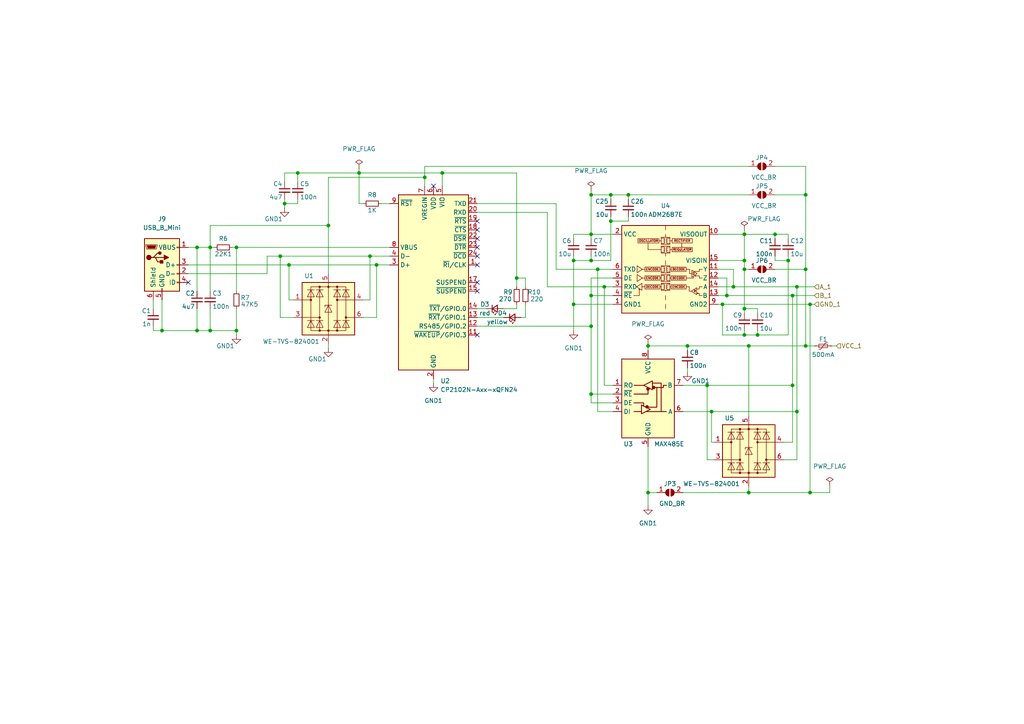
<source format=kicad_sch>
(kicad_sch (version 20211123) (generator eeschema)
  (paper "A4")
  (title_block (date "2023-04-24") (rev "0.0.1"))
  (lib_symbols
    (symbol "Connector:USB_B_Mini" (pin_names (offset 1.016))
      (property "Reference" "J" (at -5.08 11.43 0))
      (property "Value" "USB_B_Mini" (at -5.08 8.89 0))
      (symbol "USB_B_Mini_0_1"
        (rectangle (start -5.08 -7.62) (end 5.08 7.62) (stroke (width 0.254)) (fill (type background)))
        (circle (center -3.81 2.159) (radius 0.635) (stroke (width 0.254)) (fill (type outline)))
        (circle (center -0.635 3.429) (radius 0.381) (stroke (width 0.254)) (fill (type outline)))
        (rectangle (start -0.127 -7.62) (end 0.127 -6.858))
        (polyline (pts (xy -1.905 2.159) (xy 0.635 2.159)) (stroke (width 0.254)))
        (polyline (pts (xy -3.175 2.159) (xy -2.54 2.159) (xy -1.27 3.429) (xy -0.635 3.429)) (stroke (width 0.254)))
        (polyline (pts (xy -2.54 2.159) (xy -1.905 2.159) (xy -1.27 0.889) (xy 0 0.889)) (stroke (width 0.254)))
        (polyline (pts (xy 0.635 2.794) (xy 0.635 1.524) (xy 1.905 2.159) (xy 0.635 2.794)) (stroke (width 0.254)) (fill (type outline)))
        (polyline (pts (xy -4.318 5.588) (xy -1.778 5.588) (xy -2.032 4.826) (xy -4.064 4.826) (xy -4.318 5.588)) (fill (type outline)))
        (polyline (pts (xy -4.699 5.842) (xy -4.699 5.588) (xy -4.445 4.826) (xy -4.445 4.572) (xy -1.651 4.572) (xy -1.651 4.826) (xy -1.397 5.588) (xy -1.397 5.842) (xy -4.699 5.842)))
        (rectangle (start 0.254 1.27) (end -0.508 0.508) (stroke (width 0.254)) (fill (type outline)))
        (rectangle (start 5.08 -5.207) (end 4.318 -4.953))
        (rectangle (start 5.08 -2.667) (end 4.318 -2.413))
        (rectangle (start 5.08 -0.127) (end 4.318 0.127))
        (rectangle (start 5.08 4.953) (end 4.318 5.207))
      )
      (symbol "USB_B_Mini_1_1"
        (pin power_out line (at 7.62 5.08 180) (length 2.54) (name "VBUS") (number "1"))
        (pin bidirectional line (at 7.62 -2.54 180) (length 2.54) (name "D-") (number "2"))
        (pin bidirectional line (at 7.62 0 180) (length 2.54) (name "D+") (number "3"))
        (pin passive line (at 7.62 -5.08 180) (length 2.54) (name "ID") (number "4"))
        (pin power_out line (at 0 -10.16 90) (length 2.54) (name "GND") (number "5"))
        (pin passive line (at -2.54 -10.16 90) (length 2.54) (name "Shield") (number "6"))
      )
    )
    (symbol "Device:C_Small" (pin_numbers hide) (pin_names (offset 0.254) hide)
      (property "Reference" "C" (at 0.254 1.778 0))
      (property "Value" "C_Small" (at 0.254 -2.032 0))
      (symbol "C_Small_0_1"
        (polyline (pts (xy -1.524 -0.508) (xy 1.524 -0.508)) (stroke (width 0.3302)))
        (polyline (pts (xy -1.524 0.508) (xy 1.524 0.508)) (stroke (width 0.3048)))
      )
      (symbol "C_Small_1_1"
        (pin passive line (at 0 2.54 270) (length 2.032) (name "~") (number "1"))
        (pin passive line (at 0 -2.54 90) (length 2.032) (name "~") (number "2"))
      )
    )
    (symbol "Device:LED_Small" (pin_numbers hide) (pin_names (offset 0.254) hide)
      (property "Reference" "D" (at -1.27 3.175 0))
      (property "Value" "LED_Small" (at -4.445 -2.54 0))
      (symbol "LED_Small_0_1"
        (polyline (pts (xy -0.762 -1.016) (xy -0.762 1.016)) (stroke (width 0.254)))
        (polyline (pts (xy 1.016 0) (xy -0.762 0)))
        (polyline (pts (xy 0.762 -1.016) (xy -0.762 0) (xy 0.762 1.016) (xy 0.762 -1.016)) (stroke (width 0.254)))
        (polyline (pts (xy 0 0.762) (xy -0.508 1.27) (xy -0.254 1.27) (xy -0.508 1.27) (xy -0.508 1.016)))
        (polyline (pts (xy 0.508 1.27) (xy 0 1.778) (xy 0.254 1.778) (xy 0 1.778) (xy 0 1.524)))
      )
      (symbol "LED_Small_1_1"
        (pin passive line (at -2.54 0 0) (length 1.778) (name "K") (number "1"))
        (pin passive line (at 2.54 0 180) (length 1.778) (name "A") (number "2"))
      )
    )
    (symbol "Device:Polyfuse_Small" (pin_numbers hide) (pin_names (offset 0))
      (property "Reference" "F" (at -1.905 0 90))
      (property "Value" "Polyfuse_Small" (at 1.905 0 90))
      (symbol "Polyfuse_Small_0_1"
        (rectangle (start -0.508 1.27) (end 0.508 -1.27))
        (polyline (pts (xy 0 2.54) (xy 0 -2.54)))
        (polyline (pts (xy -1.016 1.27) (xy -1.016 0.762) (xy 1.016 -0.762) (xy 1.016 -1.27)))
      )
      (symbol "Polyfuse_Small_1_1"
        (pin passive line (at 0 2.54 270) (length 0.635) (name "~") (number "1"))
        (pin passive line (at 0 -2.54 90) (length 0.635) (name "~") (number "2"))
      )
    )
    (symbol "Device:R_Small" (pin_numbers hide) (pin_names (offset 0.254) hide)
      (property "Reference" "R" (at 0.762 0.508 0))
      (property "Value" "R_Small" (at 0.762 -1.016 0))
      (symbol "R_Small_0_1"
        (rectangle (start -0.762 1.778) (end 0.762 -1.778) (stroke (width 0.2032)))
      )
      (symbol "R_Small_1_1"
        (pin passive line (at 0 2.54 270) (length 0.762) (name "~") (number "1"))
        (pin passive line (at 0 -2.54 90) (length 0.762) (name "~") (number "2"))
      )
    )
    (symbol "Interface_UART:ADM2687E"
      (property "Reference" "U" (at -11.43 13.97 0))
      (property "Value" "ADM2687E" (at 7.62 13.97 0))
      (symbol "ADM2687E_0_0"
        (text "D" (at 8.128 -1.27 0) (effects (font (size 0.635 0.635))))
        (text "R" (at 8.509 -6.35 0) (effects (font (size 0.635 0.635))))
      )
      (symbol "ADM2687E_0_1"
        (circle (center -7.62 -5.842) (radius 0.127))
        (polyline (pts (xy -9.271 -7.62) (xy -7.62 -7.62) (xy -7.62 -5.969)))
        (polyline (pts (xy 5.969 -2.54) (xy 8.128 -2.54) (xy 8.128 -2.032)))
        (polyline (pts (xy 7.493 -6.35) (xy 6.858 -6.35) (xy 6.858 -5.08) (xy 5.969 -5.08)))
        (polyline (pts (xy 7.62 -1.27) (xy 6.985 -1.27) (xy 6.985 0) (xy 5.969 0)))
        (polyline (pts (xy 9.017 -5.715) (xy 9.779 -5.715) (xy 9.779 -5.08) (xy 10.668 -5.08)))
        (polyline (pts (xy 9.398 -6.985) (xy 9.779 -6.985) (xy 9.779 -7.62) (xy 10.668 -7.62)))
        (polyline (pts (xy 10.668 -2.54) (xy 9.779 -2.54) (xy 9.779 -1.905) (xy 8.763 -1.905)))
        (polyline (pts (xy 10.668 0) (xy 9.779 0) (xy 9.779 -0.635) (xy 8.255 -0.635)))
      )
      (symbol "ADM2687E_1_0"
        (rectangle (start -1.27 -4.064) (end 1.27 -6.096))
        (rectangle (start -1.27 -1.524) (end 1.27 -3.556))
        (rectangle (start -1.27 1.016) (end 1.27 -1.016))
        (rectangle (start -1.27 6.731) (end 1.27 4.699))
        (rectangle (start -1.27 9.271) (end 1.27 7.239))
        (arc (start -0.508 -5.842) (mid -0.254 -5.588) (end -0.508 -5.334))
        (arc (start -0.508 -5.334) (mid -0.254 -5.08) (end -0.508 -4.826))
        (arc (start -0.508 -4.826) (mid -0.254 -4.572) (end -0.508 -4.318))
        (arc (start -0.508 -3.302) (mid -0.254 -3.048) (end -0.508 -2.794))
        (arc (start -0.508 -2.794) (mid -0.254 -2.54) (end -0.508 -2.286))
        (arc (start -0.508 -2.286) (mid -0.254 -2.032) (end -0.508 -1.778))
        (arc (start -0.508 -0.762) (mid -0.254 -0.508) (end -0.508 -0.254))
        (arc (start -0.508 -0.254) (mid -0.254 0) (end -0.508 0.254))
        (arc (start -0.508 0.254) (mid -0.254 0.508) (end -0.508 0.762))
        (arc (start -0.508 4.953) (mid -0.254 5.207) (end -0.508 5.461))
        (arc (start -0.508 5.461) (mid -0.254 5.715) (end -0.508 5.969))
        (arc (start -0.508 5.969) (mid -0.254 6.223) (end -0.508 6.477))
        (arc (start -0.508 7.493) (mid -0.254 7.747) (end -0.508 8.001))
        (arc (start -0.508 8.001) (mid -0.254 8.255) (end -0.508 8.509))
        (arc (start -0.508 8.509) (mid -0.254 8.763) (end -0.508 9.017))
        (polyline (pts (xy -5.969 -5.08) (xy -6.858 -5.08)))
        (polyline (pts (xy -5.969 -2.54) (xy -6.858 -2.54)))
        (polyline (pts (xy -5.969 0) (xy -6.858 0)))
        (polyline (pts (xy -5.08 5.715) (xy -5.08 7.62)))
        (polyline (pts (xy -5.08 5.715) (xy -1.27 5.715)))
        (polyline (pts (xy -1.905 8.255) (xy -1.27 8.255)))
        (polyline (pts (xy -1.651 -5.08) (xy -1.27 -5.08)))
        (polyline (pts (xy -1.651 -2.54) (xy -1.27 -2.54)))
        (polyline (pts (xy -1.651 0) (xy -1.27 0)))
        (polyline (pts (xy -1.27 -5.842) (xy -0.508 -5.842)))
        (polyline (pts (xy -1.27 -4.318) (xy -0.508 -4.318)))
        (polyline (pts (xy -1.27 -3.302) (xy -0.508 -3.302)))
        (polyline (pts (xy -1.27 -1.778) (xy -0.508 -1.778)))
        (polyline (pts (xy -1.27 -0.762) (xy -0.508 -0.762)))
        (polyline (pts (xy -1.27 0.762) (xy -0.508 0.762)))
        (polyline (pts (xy -1.27 4.953) (xy -0.508 4.953)))
        (polyline (pts (xy -1.27 6.477) (xy -0.508 6.477)))
        (polyline (pts (xy -1.27 7.493) (xy -0.508 7.493)))
        (polyline (pts (xy -1.27 9.017) (xy -0.508 9.017)))
        (polyline (pts (xy 0 -11.43) (xy 0 -10.16)))
        (polyline (pts (xy 0 -8.89) (xy 0 -7.62)))
        (polyline (pts (xy 0 -6.35) (xy 0 -6.096)))
        (polyline (pts (xy 0 1.27) (xy 0 2.54)))
        (polyline (pts (xy 0 3.81) (xy 0 4.699)))
        (polyline (pts (xy 0 9.271) (xy 0 10.16)))
        (polyline (pts (xy 0 12.7) (xy 0 11.43)))
        (polyline (pts (xy 1.27 -5.842) (xy 0.508 -5.842)))
        (polyline (pts (xy 1.27 -4.318) (xy 0.508 -4.318)))
        (polyline (pts (xy 1.27 -3.302) (xy 0.508 -3.302)))
        (polyline (pts (xy 1.27 -1.778) (xy 0.508 -1.778)))
        (polyline (pts (xy 1.27 -0.762) (xy 0.508 -0.762)))
        (polyline (pts (xy 1.27 0.762) (xy 0.508 0.762)))
        (polyline (pts (xy 1.27 4.953) (xy 0.508 4.953)))
        (polyline (pts (xy 1.27 6.477) (xy 0.508 6.477)))
        (polyline (pts (xy 1.27 7.493) (xy 0.508 7.493)))
        (polyline (pts (xy 1.27 9.017) (xy 0.508 9.017)))
        (polyline (pts (xy 1.651 -5.08) (xy 1.27 -5.08)))
        (polyline (pts (xy 1.651 -2.54) (xy 1.27 -2.54)))
        (polyline (pts (xy 1.651 0) (xy 1.27 0)))
        (polyline (pts (xy 1.905 5.715) (xy 1.27 5.715)))
        (polyline (pts (xy 1.905 8.255) (xy 1.27 8.255)))
        (polyline (pts (xy 4.699 6.35) (xy 4.699 7.62)))
        (arc (start 0.508 -5.334) (mid 0.254 -5.588) (end 0.508 -5.842))
        (arc (start 0.508 -4.826) (mid 0.254 -5.08) (end 0.508 -5.334))
        (arc (start 0.508 -4.318) (mid 0.254 -4.572) (end 0.508 -4.826))
        (arc (start 0.508 -2.794) (mid 0.254 -3.048) (end 0.508 -3.302))
        (arc (start 0.508 -2.286) (mid 0.254 -2.54) (end 0.508 -2.794))
        (arc (start 0.508 -1.778) (mid 0.254 -2.032) (end 0.508 -2.286))
        (arc (start 0.508 -0.254) (mid 0.254 -0.508) (end 0.508 -0.762))
        (arc (start 0.508 0.254) (mid 0.254 0) (end 0.508 -0.254))
        (arc (start 0.508 0.762) (mid 0.254 0.508) (end 0.508 0.254))
        (arc (start 0.508 5.461) (mid 0.254 5.207) (end 0.508 4.953))
        (arc (start 0.508 5.969) (mid 0.254 5.715) (end 0.508 5.461))
        (arc (start 0.508 6.477) (mid 0.254 6.223) (end 0.508 5.969))
        (arc (start 0.508 8.001) (mid 0.254 7.747) (end 0.508 7.493))
        (arc (start 0.508 8.509) (mid 0.254 8.255) (end 0.508 8.001))
        (arc (start 0.508 9.017) (mid 0.254 8.763) (end 0.508 8.509))
        (rectangle (start 1.651 -4.445) (end 5.969 -5.715))
        (rectangle (start 1.651 -1.905) (end 5.969 -3.175))
        (rectangle (start 1.651 0.635) (end 5.969 -0.635))
        (rectangle (start 1.905 6.35) (end 7.747 5.08))
        (rectangle (start 1.905 8.89) (end 7.747 7.62))
        (text "DECODE" (at -3.81 -5.08 0) (effects (font (size 0.635 0.635))))
        (text "DECODE" (at 3.81 -2.54 0) (effects (font (size 0.635 0.635))))
        (text "DECODE" (at 3.81 0 0) (effects (font (size 0.635 0.635))))
        (text "ENCODE" (at -3.81 -2.54 0) (effects (font (size 0.635 0.635))))
        (text "ENCODE" (at -3.81 0 0) (effects (font (size 0.635 0.635))))
        (text "ENCODE" (at 3.81 -5.08 0) (effects (font (size 0.635 0.635))))
        (text "OSCILLATOR" (at -4.953 8.255 0) (effects (font (size 0.635 0.635))))
        (text "RECTIFIER" (at 4.826 8.255 0) (effects (font (size 0.635 0.635))))
        (text "REGULATOR" (at 4.826 5.715 0) (effects (font (size 0.635 0.635))))
      )
      (symbol "ADM2687E_1_1"
        (rectangle (start -12.7 12.7) (end 12.7 -12.7) (stroke (width 0.254)) (fill (type background)))
        (rectangle (start -1.905 8.89) (end -8.001 7.62))
        (rectangle (start -1.651 -4.445) (end -5.969 -5.715))
        (rectangle (start -1.651 -1.905) (end -5.969 -3.175))
        (rectangle (start -1.651 0.635) (end -5.969 -0.635))
        (polyline (pts (xy -8.382 -5.08) (xy -6.858 -4.064) (xy -6.858 -6.096) (xy -8.382 -5.08)))
        (polyline (pts (xy -6.731 -2.54) (xy -8.255 -1.524) (xy -8.255 -3.556) (xy -6.731 -2.54)))
        (polyline (pts (xy -6.731 0) (xy -8.255 1.016) (xy -8.255 -1.016) (xy -6.731 0)))
        (polyline (pts (xy 7.493 -6.35) (xy 9.017 -5.334) (xy 9.017 -7.366) (xy 7.493 -6.35)))
        (polyline (pts (xy 9.144 -1.27) (xy 7.62 -0.254) (xy 7.62 -2.286) (xy 9.144 -1.27)))
        (circle (center 8.636 -1.905) (radius 0.127))
        (circle (center 9.271 -6.985) (radius 0.127))
        (pin power_in line (at -15.24 -10.16 0) (length 2.54) (name "GND1") (number "1"))
        (pin power_in line (at 15.24 10.16 180) (length 2.54) (name "VISOOUT") (number "10"))
        (pin output line (at 15.24 0 180) (length 2.54) (name "Y") (number "11"))
        (pin output line (at 15.24 -2.54 180) (length 2.54) (name "Z") (number "12"))
        (pin input line (at 15.24 -7.62 180) (length 2.54) (name "B") (number "13"))
        (pin input line (at 15.24 -5.08 180) (length 2.54) (name "A") (number "14"))
        (pin power_in line (at 15.24 2.54 180) (length 2.54) (name "VISOIN") (number "15"))
        (pin passive line (at 15.24 -10.16 180) (length 2.54) hide (name "GND2") (number "16"))
        (pin power_in line (at -15.24 10.16 0) (length 2.54) (name "VCC") (number "2"))
        (pin output line (at -15.24 -5.08 0) (length 2.54) (name "RXD") (number "3"))
        (pin input line (at -15.24 -7.62 0) (length 2.54) (name "~{RE}") (number "4"))
        (pin input line (at -15.24 -2.54 0) (length 2.54) (name "DE") (number "5"))
        (pin input line (at -15.24 0 0) (length 2.54) (name "TXD") (number "6"))
        (pin passive line (at -15.24 10.16 0) (length 2.54) hide (name "VCC") (number "7"))
        (pin passive line (at -15.24 -10.16 0) (length 2.54) hide (name "GND1") (number "8"))
        (pin power_in line (at 15.24 -10.16 180) (length 2.54) (name "GND2") (number "9"))
      )
    )
    (symbol "Interface_UART:MAX485E"
      (property "Reference" "U3" (at -7.112 -14.478 0))
      (property "Value" "MAX485E" (at 1.778 -14.478 0))
      (symbol "MAX485E_0_1"
        (rectangle (start -7.62 10.16) (end 7.62 -12.7) (stroke (width 0.254)) (fill (type background)))
        (circle (center -0.3048 -3.683) (radius 0.3556) (stroke (width 0.254)) (fill (type outline)))
        (circle (center -0.0254 1.4986) (radius 0.3556) (stroke (width 0.254)) (fill (type outline)))
        (polyline (pts (xy -4.064 -5.08) (xy -1.905 -5.08)) (stroke (width 0.254)))
        (polyline (pts (xy -4.064 2.54) (xy -1.27 2.54)) (stroke (width 0.254)))
        (polyline (pts (xy -1.27 -3.2004) (xy -1.27 -3.4544)) (stroke (width 0.254)))
        (polyline (pts (xy -0.635 -5.08) (xy 5.334 -5.08)) (stroke (width 0.254)))
        (polyline (pts (xy -4.064 -2.54) (xy -1.27 -2.54) (xy -1.27 -3.175)) (stroke (width 0.254)))
        (polyline (pts (xy 0 1.27) (xy 0 0) (xy -4.064 0)) (stroke (width 0.254)))
        (polyline (pts (xy 1.27 3.175) (xy 3.81 3.175) (xy 3.81 -5.08)) (stroke (width 0.254)))
        (polyline (pts (xy 2.54 1.905) (xy 2.54 -3.81) (xy 0 -3.81)) (stroke (width 0.254)))
        (polyline (pts (xy -1.905 -3.175) (xy -1.905 -5.715) (xy 0.635 -4.445) (xy -1.905 -3.175)) (stroke (width 0.254)))
        (polyline (pts (xy -1.27 2.54) (xy 1.27 3.81) (xy 1.27 1.27) (xy -1.27 2.54)) (stroke (width 0.254)))
        (polyline (pts (xy 1.905 1.905) (xy 4.445 1.905) (xy 4.445 2.54) (xy 5.334 2.54)) (stroke (width 0.254)))
        (rectangle (start 1.27 3.175) (end 1.27 3.175))
        (circle (center 1.651 1.905) (radius 0.3556) (stroke (width 0.254)) (fill (type outline)))
      )
      (symbol "MAX485E_1_1"
        (pin passive line (at -10.16 2.54 0) (length 2.54) (name "RO") (number "1"))
        (pin input line (at -10.16 0 0) (length 2.54) (name "~{RE}") (number "2"))
        (pin input line (at -10.16 -2.54 0) (length 2.54) (name "DE") (number "3"))
        (pin input line (at -10.16 -5.08 0) (length 2.54) (name "DI") (number "4"))
        (pin power_in line (at 0 -15.24 90) (length 2.54) (name "GND") (number "5"))
        (pin bidirectional line (at 10.16 -5.08 180) (length 2.54) (name "A") (number "6"))
        (pin bidirectional line (at 10.16 2.54 180) (length 2.54) (name "B") (number "7"))
        (pin power_in line (at 0 12.7 270) (length 2.54) (name "VCC") (number "8"))
      )
    )
    (symbol "Interface_USB:CP2102N-Axx-xQFN24"
      (property "Reference" "U" (at -8.89 26.67 0))
      (property "Value" "CP2102N-Axx-xQFN24" (at 13.97 26.67 0))
      (symbol "CP2102N-Axx-xQFN24_0_1"
        (rectangle (start -10.16 25.4) (end 10.16 -25.4) (stroke (width 0.254)) (fill (type background)))
      )
      (symbol "CP2102N-Axx-xQFN24_1_1"
        (pin bidirectional line (at 12.7 5.08 180) (length 2.54) (name "~{RI}/CLK") (number "1"))
        (pin no_connect line (at -10.16 -22.86 0) (length 2.54) hide (name "NC") (number "10"))
        (pin bidirectional line (at 12.7 -15.24 180) (length 2.54) (name "~{WAKEUP}/GPIO.3") (number "11"))
        (pin bidirectional line (at 12.7 -12.7 180) (length 2.54) (name "RS485/GPIO.2") (number "12"))
        (pin bidirectional line (at 12.7 -10.16 180) (length 2.54) (name "~{RXT}/GPIO.1") (number "13"))
        (pin bidirectional line (at 12.7 -7.62 180) (length 2.54) (name "~{TXT}/GPIO.0") (number "14"))
        (pin output line (at 12.7 -2.54 180) (length 2.54) (name "~{SUSPEND}") (number "15"))
        (pin no_connect line (at 10.16 -22.86 180) (length 2.54) hide (name "NC") (number "16"))
        (pin output line (at 12.7 0 180) (length 2.54) (name "SUSPEND") (number "17"))
        (pin input line (at 12.7 15.24 180) (length 2.54) (name "~{CTS}") (number "18"))
        (pin output line (at 12.7 17.78 180) (length 2.54) (name "~{RTS}") (number "19"))
        (pin power_in line (at 0 -27.94 90) (length 2.54) (name "GND") (number "2"))
        (pin input line (at 12.7 20.32 180) (length 2.54) (name "RXD") (number "20"))
        (pin output line (at 12.7 22.86 180) (length 2.54) (name "TXD") (number "21"))
        (pin input line (at 12.7 12.7 180) (length 2.54) (name "~{DSR}") (number "22"))
        (pin output line (at 12.7 10.16 180) (length 2.54) (name "~{DTR}") (number "23"))
        (pin input line (at 12.7 7.62 180) (length 2.54) (name "~{DCD}") (number "24"))
        (pin passive line (at 0 -27.94 90) (length 2.54) hide (name "GND") (number "25"))
        (pin bidirectional line (at -12.7 5.08 0) (length 2.54) (name "D+") (number "3"))
        (pin bidirectional line (at -12.7 7.62 0) (length 2.54) (name "D-") (number "4"))
        (pin power_in line (at 2.54 27.94 270) (length 2.54) (name "VIO") (number "5"))
        (pin power_in line (at 0 27.94 270) (length 2.54) (name "VDD") (number "6"))
        (pin power_in line (at -2.54 27.94 270) (length 2.54) (name "VREGIN") (number "7"))
        (pin input line (at -12.7 10.16 0) (length 2.54) (name "VBUS") (number "8"))
        (pin input line (at -12.7 22.86 0) (length 2.54) (name "~{RST}") (number "9"))
      )
    )
    (symbol "Jumper:SolderJumper_2_Open" (pin_names (offset 0) hide)
      (property "Reference" "JP" (at 0 2.032 0))
      (property "Value" "SolderJumper_2_Open" (at 0 -2.54 0))
      (symbol "SolderJumper_2_Open_0_1"
        (arc (start -0.254 1.016) (mid -1.27 0) (end -0.254 -1.016))
        (arc (start -0.254 1.016) (mid -1.27 0) (end -0.254 -1.016) (fill (type outline)))
        (polyline (pts (xy -0.254 1.016) (xy -0.254 -1.016)))
        (polyline (pts (xy 0.254 1.016) (xy 0.254 -1.016)))
        (arc (start 0.254 -1.016) (mid 1.27 0) (end 0.254 1.016))
        (arc (start 0.254 -1.016) (mid 1.27 0) (end 0.254 1.016) (fill (type outline)))
      )
      (symbol "SolderJumper_2_Open_1_1"
        (pin passive line (at -3.81 0 0) (length 2.54) (name "A") (number "1"))
        (pin passive line (at 3.81 0 180) (length 2.54) (name "B") (number "2"))
      )
    )
    (symbol "power:GND1" (power) (pin_names (offset 0))
      (property "Value" "GND1" (at 0 -3.81 0))
      (symbol "GND1_0_1"
        (polyline (pts (xy 0 0) (xy 0 -1.27) (xy 1.27 -1.27) (xy 0 -2.54) (xy -1.27 -1.27) (xy 0 -1.27)))
      )
      (symbol "GND1_1_1"
        (pin power_in line (at 0 0 270) (length 0) hide (name "GND1") (number "1"))
      )
    )
    (symbol "power:PWR_FLAG" (power) (pin_numbers hide) (pin_names (offset 0) hide)
      (property "Value" "PWR_FLAG" (at 0 3.81 0))
      (symbol "PWR_FLAG_0_0"
        (pin power_out line (at 0 0 90) (length 0) (name "pwr") (number "1"))
      )
      (symbol "PWR_FLAG_0_1"
        (polyline (pts (xy 0 0) (xy 0 1.27) (xy -1.016 1.905) (xy 0 2.54) (xy 1.016 1.905) (xy 0 1.27)))
      )
    )
    (symbol "the78mole:WE-TVS-824001" (pin_names hide)
      (property "Reference" "U" (at 2.54 8.89 0))
      (property "Value" "WE-TVS-824001" (at 2.54 -8.89 0))
      (symbol "WE-TVS-824001_0_1"
        (rectangle (start -7.62 -7.62) (end 7.62 7.62) (stroke (width 0.254)) (fill (type background)))
        (circle (center -5.08 2.54) (radius 0.254) (fill (type outline)))
        (circle (center -2.54 -6.35) (radius 0.254) (fill (type outline)))
        (circle (center -2.54 -2.54) (radius 0.254) (fill (type outline)))
        (circle (center -2.54 6.35) (radius 0.254) (fill (type outline)))
        (rectangle (start -2.54 6.35) (end 2.54 -6.35))
        (circle (center 0 -6.35) (radius 0.254) (fill (type outline)))
        (polyline (pts (xy -5.08 2.54) (xy -7.62 2.54)))
        (polyline (pts (xy -4.064 -3.429) (xy -6.096 -3.429)))
        (polyline (pts (xy -4.064 5.461) (xy -6.096 5.461)))
        (polyline (pts (xy -2.54 -2.54) (xy -7.62 -2.54)))
        (polyline (pts (xy -1.524 -3.429) (xy -3.556 -3.429)))
        (polyline (pts (xy -1.524 5.461) (xy -3.556 5.461)))
        (polyline (pts (xy 0 -7.62) (xy 0 -6.35)))
        (polyline (pts (xy 0 -6.35) (xy 0 1.27)))
        (polyline (pts (xy 0 1.27) (xy 0 6.35)))
        (polyline (pts (xy 0 6.35) (xy 0 7.62)))
        (polyline (pts (xy 1.524 -3.429) (xy 3.556 -3.429)))
        (polyline (pts (xy 1.524 5.461) (xy 3.556 5.461)))
        (polyline (pts (xy 2.54 2.54) (xy 7.62 2.54)))
        (polyline (pts (xy 4.064 -3.429) (xy 6.096 -3.429)))
        (polyline (pts (xy 4.064 5.461) (xy 6.096 5.461)))
        (polyline (pts (xy 5.08 -2.54) (xy 7.62 -2.54)))
        (polyline (pts (xy -6.096 -5.461) (xy -4.064 -5.461) (xy -5.08 -3.429) (xy -6.096 -5.461)))
        (polyline (pts (xy -6.096 3.429) (xy -4.064 3.429) (xy -5.08 5.461) (xy -6.096 3.429)))
        (polyline (pts (xy -3.556 -5.461) (xy -1.524 -5.461) (xy -2.54 -3.429) (xy -3.556 -5.461)))
        (polyline (pts (xy -3.556 3.429) (xy -1.524 3.429) (xy -2.54 5.461) (xy -3.556 3.429)))
        (polyline (pts (xy -2.54 6.35) (xy -5.08 6.35) (xy -5.08 -6.35) (xy -2.54 -6.35)))
        (polyline (pts (xy -1.016 -1.016) (xy 1.016 -1.016) (xy 0 1.016) (xy -1.016 -1.016)))
        (polyline (pts (xy 1.016 1.016) (xy 0.762 1.016) (xy -1.016 1.016) (xy -1.016 0.508)))
        (polyline (pts (xy 2.54 6.35) (xy 5.08 6.35) (xy 5.08 -6.35) (xy 2.54 -6.35)))
        (polyline (pts (xy 3.556 -5.461) (xy 1.524 -5.461) (xy 2.54 -3.429) (xy 3.556 -5.461)))
        (polyline (pts (xy 3.556 3.429) (xy 1.524 3.429) (xy 2.54 5.461) (xy 3.556 3.429)))
        (polyline (pts (xy 6.096 -5.461) (xy 4.064 -5.461) (xy 5.08 -3.429) (xy 6.096 -5.461)))
        (polyline (pts (xy 6.096 3.429) (xy 4.064 3.429) (xy 5.08 5.461) (xy 6.096 3.429)))
        (circle (center 0 6.35) (radius 0.254) (fill (type outline)))
        (circle (center 2.54 -6.35) (radius 0.254) (fill (type outline)))
        (circle (center 2.54 2.54) (radius 0.254) (fill (type outline)))
        (circle (center 2.54 6.35) (radius 0.254) (fill (type outline)))
        (circle (center 5.08 -2.54) (radius 0.254) (fill (type outline)))
      )
      (symbol "WE-TVS-824001_1_1"
        (pin passive line (at -10.16 2.54 0) (length 2.54) (name "I/O1") (number "1"))
        (pin passive line (at 0 -10.16 90) (length 2.54) (name "GND") (number "2"))
        (pin passive line (at -10.16 -2.54 0) (length 2.54) (name "I/O2") (number "3"))
        (pin passive line (at 10.16 2.54 180) (length 2.54) (name "I/O3") (number "4"))
        (pin passive line (at 0 10.16 270) (length 2.54) (name "VBUS") (number "5"))
        (pin passive line (at 10.16 -2.54 180) (length 2.54) (name "I/O4") (number "6"))
      )
    )
  )
  (junction (at 215.9 67.945))
  (junction (at 229.87 85.725))
  (junction (at 104.14 50.165))
  (junction (at 68.58 71.755))
  (junction (at 82.55 59.055))
  (junction (at 83.82 76.835))
  (junction (at 215.9 75.565))
  (junction (at 233.68 56.515))
  (junction (at 187.96 142.875))
  (junction (at 209.55 88.265))
  (junction (at 68.58 95.885))
  (junction (at 231.14 83.185))
  (junction (at 233.68 100.33))
  (junction (at 149.86 80.645))
  (junction (at 171.45 75.565))
  (junction (at 171.45 67.945))
  (junction (at 171.45 85.725))
  (junction (at 57.15 95.885))
  (junction (at 171.45 56.515))
  (junction (at 231.14 119.38))
  (junction (at 166.37 75.565))
  (junction (at 228.6 75.565))
  (junction (at 57.15 71.755))
  (junction (at 215.9 89.535))
  (junction (at 219.71 97.155))
  (junction (at 177.165 64.135))
  (junction (at 215.9 78.105))
  (junction (at 215.9 97.155))
  (junction (at 187.96 100.33))
  (junction (at 205.105 111.76))
  (junction (at 233.68 78.105))
  (junction (at 107.315 74.295))
  (junction (at 171.45 114.3))
  (junction (at 95.25 65.405))
  (junction (at 234.95 88.265))
  (junction (at 123.19 51.435))
  (junction (at 81.28 74.295))
  (junction (at 217.17 100.33))
  (junction (at 109.22 76.835))
  (junction (at 234.95 142.875))
  (junction (at 229.87 111.76))
  (junction (at 177.165 56.515))
  (junction (at 128.27 50.165))
  (junction (at 60.96 71.755))
  (junction (at 199.39 100.33))
  (junction (at 212.725 83.185))
  (junction (at 171.45 94.615))
  (junction (at 46.99 95.885))
  (junction (at 173.355 78.105))
  (junction (at 217.17 142.875))
  (junction (at 182.245 56.515))
  (junction (at 210.82 85.725))
  (junction (at 60.96 95.885))
  (junction (at 175.26 83.185))
  (junction (at 206.375 119.38))
  (junction (at 166.37 88.265))
  (junction (at 224.79 67.945))
  (junction (at 86.36 50.165))
  (no_connect (at 125.73 53.975))
  (no_connect (at 138.43 97.155))
  (no_connect (at 138.43 76.835))
  (no_connect (at 138.43 81.915))
  (no_connect (at 138.43 84.455))
  (no_connect (at 138.43 74.295))
  (no_connect (at 138.43 71.755))
  (no_connect (at 138.43 69.215))
  (no_connect (at 138.43 66.675))
  (no_connect (at 138.43 64.135))
  (no_connect (at 54.61 81.915))
  (wire (pts (xy 152.4 80.645) (xy 149.86 80.645)))
  (wire (pts (xy 208.28 78.105) (xy 212.725 78.105)))
  (wire (pts (xy 198.12 142.875) (xy 217.17 142.875)))
  (wire (pts (xy 82.55 50.165) (xy 86.36 50.165)))
  (wire (pts (xy 229.87 128.27) (xy 229.87 111.76)))
  (wire (pts (xy 212.725 78.105) (xy 212.725 83.185)))
  (wire (pts (xy 215.9 97.155) (xy 215.9 95.885)))
  (wire (pts (xy 199.39 100.33) (xy 187.96 100.33)))
  (wire (pts (xy 81.28 92.075) (xy 81.28 74.295)))
  (wire (pts (xy 60.96 95.885) (xy 68.58 95.885)))
  (wire (pts (xy 82.55 52.705) (xy 82.55 50.165)))
  (wire (pts (xy 187.96 142.875) (xy 187.96 146.685)))
  (wire (pts (xy 217.17 142.875) (xy 234.95 142.875)))
  (wire (pts (xy 173.355 119.38) (xy 173.355 78.105)))
  (wire (pts (xy 177.8 119.38) (xy 173.355 119.38)))
  (wire (pts (xy 228.6 67.945) (xy 224.79 67.945)))
  (wire (pts (xy 215.9 67.945) (xy 224.79 67.945)))
  (wire (pts (xy 166.37 74.295) (xy 166.37 75.565)))
  (wire (pts (xy 166.37 75.565) (xy 166.37 88.265)))
  (wire (pts (xy 105.41 59.055) (xy 104.14 59.055)))
  (wire (pts (xy 171.45 75.565) (xy 171.45 74.295)))
  (wire (pts (xy 233.68 78.105) (xy 233.68 100.33)))
  (wire (pts (xy 158.75 61.595) (xy 138.43 61.595)))
  (wire (pts (xy 54.61 71.755) (xy 57.15 71.755)))
  (wire (pts (xy 208.28 85.725) (xy 210.82 85.725)))
  (wire (pts (xy 209.55 97.155) (xy 215.9 97.155)))
  (wire (pts (xy 177.165 56.515) (xy 177.165 57.785)))
  (wire (pts (xy 234.95 88.265) (xy 236.22 88.265)))
  (wire (pts (xy 229.87 85.725) (xy 236.22 85.725)))
  (wire (pts (xy 208.28 88.265) (xy 209.55 88.265)))
  (wire (pts (xy 210.82 80.645) (xy 208.28 80.645)))
  (wire (pts (xy 82.55 57.785) (xy 82.55 59.055)))
  (wire (pts (xy 158.75 83.185) (xy 158.75 61.595)))
  (wire (pts (xy 207.01 133.35) (xy 205.105 133.35)))
  (wire (pts (xy 199.39 100.33) (xy 217.17 100.33)))
  (wire (pts (xy 217.17 100.33) (xy 217.17 120.65)))
  (wire (pts (xy 182.245 62.865) (xy 182.245 64.135)))
  (wire (pts (xy 177.8 116.84) (xy 171.45 116.84)))
  (wire (pts (xy 217.17 100.33) (xy 233.68 100.33)))
  (wire (pts (xy 109.22 92.075) (xy 109.22 76.835)))
  (wire (pts (xy 68.58 71.755) (xy 68.58 84.455)))
  (wire (pts (xy 95.25 51.435) (xy 95.25 65.405)))
  (wire (pts (xy 123.19 53.975) (xy 123.19 51.435)))
  (wire (pts (xy 57.15 71.755) (xy 57.15 84.455)))
  (wire (pts (xy 123.19 51.435) (xy 95.25 51.435)))
  (wire (pts (xy 85.09 86.995) (xy 83.82 86.995)))
  (wire (pts (xy 107.315 86.995) (xy 107.315 74.295)))
  (wire (pts (xy 206.375 119.38) (xy 231.14 119.38)))
  (wire (pts (xy 77.47 79.375) (xy 77.47 74.295)))
  (wire (pts (xy 224.79 48.26) (xy 233.68 48.26)))
  (wire (pts (xy 209.55 88.265) (xy 209.55 97.155)))
  (wire (pts (xy 166.37 67.945) (xy 171.45 67.945)))
  (wire (pts (xy 171.45 75.565) (xy 166.37 75.565)))
  (wire (pts (xy 187.96 142.875) (xy 190.5 142.875)))
  (wire (pts (xy 182.245 56.515) (xy 177.165 56.515)))
  (wire (pts (xy 107.315 74.295) (xy 113.03 74.295)))
  (wire (pts (xy 54.61 79.375) (xy 77.47 79.375)))
  (wire (pts (xy 187.96 100.33) (xy 187.96 101.6)))
  (wire (pts (xy 177.165 64.135) (xy 177.165 75.565)))
  (wire (pts (xy 44.45 94.615) (xy 44.45 95.885)))
  (wire (pts (xy 149.86 89.535) (xy 149.86 88.265)))
  (wire (pts (xy 123.19 48.26) (xy 217.17 48.26)))
  (wire (pts (xy 54.61 76.835) (xy 83.82 76.835)))
  (wire (pts (xy 166.37 88.265) (xy 177.8 88.265)))
  (wire (pts (xy 228.6 75.565) (xy 228.6 97.155)))
  (wire (pts (xy 125.73 109.855) (xy 125.73 111.125)))
  (wire (pts (xy 67.31 71.755) (xy 68.58 71.755)))
  (wire (pts (xy 198.12 111.76) (xy 205.105 111.76)))
  (wire (pts (xy 199.39 106.68) (xy 199.39 107.95)))
  (wire (pts (xy 231.14 119.38) (xy 231.14 83.185)))
  (wire (pts (xy 171.45 94.615) (xy 171.45 114.3)))
  (wire (pts (xy 219.71 89.535) (xy 215.9 89.535)))
  (wire (pts (xy 171.45 94.615) (xy 171.45 85.725)))
  (wire (pts (xy 206.375 128.27) (xy 206.375 119.38)))
  (wire (pts (xy 227.33 133.35) (xy 231.14 133.35)))
  (wire (pts (xy 182.245 64.135) (xy 177.165 64.135)))
  (wire (pts (xy 77.47 74.295) (xy 81.28 74.295)))
  (wire (pts (xy 105.41 86.995) (xy 107.315 86.995)))
  (wire (pts (xy 240.665 142.875) (xy 234.95 142.875)))
  (wire (pts (xy 171.45 80.645) (xy 171.45 85.725)))
  (wire (pts (xy 138.43 94.615) (xy 171.45 94.615)))
  (wire (pts (xy 224.79 74.295) (xy 224.79 75.565)))
  (wire (pts (xy 95.25 65.405) (xy 60.96 65.405)))
  (wire (pts (xy 57.15 71.755) (xy 60.96 71.755)))
  (wire (pts (xy 149.86 50.165) (xy 128.27 50.165)))
  (wire (pts (xy 171.45 85.725) (xy 177.8 85.725)))
  (wire (pts (xy 187.96 129.54) (xy 187.96 142.875)))
  (wire (pts (xy 44.45 95.885) (xy 46.99 95.885)))
  (wire (pts (xy 82.55 59.055) (xy 82.55 60.325)))
  (wire (pts (xy 149.86 80.645) (xy 149.86 50.165)))
  (wire (pts (xy 205.105 133.35) (xy 205.105 111.76)))
  (wire (pts (xy 166.37 69.215) (xy 166.37 67.945)))
  (wire (pts (xy 44.45 86.995) (xy 44.45 89.535)))
  (wire (pts (xy 149.86 83.185) (xy 149.86 80.645)))
  (wire (pts (xy 208.28 67.945) (xy 215.9 67.945)))
  (wire (pts (xy 224.79 75.565) (xy 228.6 75.565)))
  (wire (pts (xy 171.45 56.515) (xy 171.45 67.945)))
  (wire (pts (xy 60.96 65.405) (xy 60.96 71.755)))
  (wire (pts (xy 95.25 79.375) (xy 95.25 65.405)))
  (wire (pts (xy 231.14 83.185) (xy 236.22 83.185)))
  (wire (pts (xy 128.27 50.165) (xy 128.27 53.975)))
  (wire (pts (xy 171.45 116.84) (xy 171.45 114.3)))
  (wire (pts (xy 123.19 48.26) (xy 123.19 51.435)))
  (wire (pts (xy 171.45 67.945) (xy 171.45 69.215)))
  (wire (pts (xy 240.665 140.97) (xy 240.665 142.875)))
  (wire (pts (xy 215.9 78.105) (xy 215.9 89.535)))
  (wire (pts (xy 152.4 83.185) (xy 152.4 80.645)))
  (wire (pts (xy 219.71 95.885) (xy 219.71 97.155)))
  (wire (pts (xy 86.36 50.165) (xy 104.14 50.165)))
  (wire (pts (xy 207.01 128.27) (xy 206.375 128.27)))
  (wire (pts (xy 57.15 95.885) (xy 60.96 95.885)))
  (wire (pts (xy 146.05 89.535) (xy 149.86 89.535)))
  (wire (pts (xy 138.43 92.075) (xy 146.05 92.075)))
  (wire (pts (xy 177.165 75.565) (xy 171.45 75.565)))
  (wire (pts (xy 215.9 89.535) (xy 215.9 90.805)))
  (wire (pts (xy 209.55 88.265) (xy 234.95 88.265)))
  (wire (pts (xy 105.41 92.075) (xy 109.22 92.075)))
  (wire (pts (xy 224.79 56.515) (xy 233.68 56.515)))
  (wire (pts (xy 104.14 48.895) (xy 104.14 50.165)))
  (wire (pts (xy 57.15 89.535) (xy 57.15 95.885)))
  (wire (pts (xy 217.17 56.515) (xy 182.245 56.515)))
  (wire (pts (xy 210.82 80.645) (xy 210.82 85.725)))
  (wire (pts (xy 208.28 83.185) (xy 212.725 83.185)))
  (wire (pts (xy 138.43 89.535) (xy 140.97 89.535)))
  (wire (pts (xy 68.58 95.885) (xy 68.58 97.155)))
  (wire (pts (xy 60.96 89.535) (xy 60.96 95.885)))
  (wire (pts (xy 175.26 111.76) (xy 175.26 83.185)))
  (wire (pts (xy 46.99 95.885) (xy 57.15 95.885)))
  (wire (pts (xy 224.79 69.215) (xy 224.79 67.945)))
  (wire (pts (xy 233.68 56.515) (xy 233.68 78.105)))
  (wire (pts (xy 166.37 88.265) (xy 166.37 95.885)))
  (wire (pts (xy 83.82 76.835) (xy 109.22 76.835)))
  (wire (pts (xy 161.29 78.105) (xy 173.355 78.105)))
  (wire (pts (xy 177.8 83.185) (xy 175.26 83.185)))
  (wire (pts (xy 86.36 57.785) (xy 86.36 59.055)))
  (wire (pts (xy 199.39 101.6) (xy 199.39 100.33)))
  (wire (pts (xy 83.82 86.995) (xy 83.82 76.835)))
  (wire (pts (xy 85.09 92.075) (xy 81.28 92.075)))
  (wire (pts (xy 210.82 85.725) (xy 229.87 85.725)))
  (wire (pts (xy 177.165 62.865) (xy 177.165 64.135)))
  (wire (pts (xy 81.28 74.295) (xy 107.315 74.295)))
  (wire (pts (xy 177.8 80.645) (xy 171.45 80.645)))
  (wire (pts (xy 234.95 142.875) (xy 234.95 88.265)))
  (wire (pts (xy 177.8 114.3) (xy 171.45 114.3)))
  (wire (pts (xy 182.245 56.515) (xy 182.245 57.785)))
  (wire (pts (xy 228.6 97.155) (xy 219.71 97.155)))
  (wire (pts (xy 173.355 78.105) (xy 177.8 78.105)))
  (wire (pts (xy 205.105 111.76) (xy 229.87 111.76)))
  (wire (pts (xy 208.28 75.565) (xy 215.9 75.565)))
  (wire (pts (xy 110.49 59.055) (xy 113.03 59.055)))
  (wire (pts (xy 104.14 50.165) (xy 128.27 50.165)))
  (wire (pts (xy 177.8 111.76) (xy 175.26 111.76)))
  (wire (pts (xy 227.33 128.27) (xy 229.87 128.27)))
  (wire (pts (xy 104.14 59.055) (xy 104.14 50.165)))
  (wire (pts (xy 217.17 140.97) (xy 217.17 142.875)))
  (wire (pts (xy 68.58 95.885) (xy 68.58 89.535)))
  (wire (pts (xy 86.36 52.705) (xy 86.36 50.165)))
  (wire (pts (xy 171.45 67.945) (xy 177.8 67.945)))
  (wire (pts (xy 212.725 83.185) (xy 231.14 83.185)))
  (wire (pts (xy 161.29 59.055) (xy 161.29 78.105)))
  (wire (pts (xy 219.71 90.805) (xy 219.71 89.535)))
  (wire (pts (xy 215.9 75.565) (xy 215.9 78.105)))
  (wire (pts (xy 86.36 59.055) (xy 82.55 59.055)))
  (wire (pts (xy 229.87 111.76) (xy 229.87 85.725)))
  (wire (pts (xy 95.25 99.695) (xy 95.25 100.965)))
  (wire (pts (xy 228.6 74.295) (xy 228.6 75.565)))
  (wire (pts (xy 60.96 71.755) (xy 60.96 84.455)))
  (wire (pts (xy 198.12 119.38) (xy 206.375 119.38)))
  (wire (pts (xy 233.68 48.26) (xy 233.68 56.515)))
  (wire (pts (xy 151.13 92.075) (xy 152.4 92.075)))
  (wire (pts (xy 241.3 100.33) (xy 242.57 100.33)))
  (wire (pts (xy 215.9 78.105) (xy 217.17 78.105)))
  (wire (pts (xy 60.96 71.755) (xy 62.23 71.755)))
  (wire (pts (xy 152.4 92.075) (xy 152.4 88.265)))
  (wire (pts (xy 187.96 99.695) (xy 187.96 100.33)))
  (wire (pts (xy 68.58 71.755) (xy 113.03 71.755)))
  (wire (pts (xy 175.26 83.185) (xy 158.75 83.185)))
  (wire (pts (xy 233.68 100.33) (xy 236.22 100.33)))
  (wire (pts (xy 171.45 55.245) (xy 171.45 56.515)))
  (wire (pts (xy 228.6 69.215) (xy 228.6 67.945)))
  (wire (pts (xy 109.22 76.835) (xy 113.03 76.835)))
  (wire (pts (xy 46.99 86.995) (xy 46.99 95.885)))
  (wire (pts (xy 177.165 56.515) (xy 171.45 56.515)))
  (wire (pts (xy 224.79 78.105) (xy 233.68 78.105)))
  (wire (pts (xy 219.71 97.155) (xy 215.9 97.155)))
  (wire (pts (xy 215.9 67.945) (xy 215.9 75.565)))
  (wire (pts (xy 215.9 66.675) (xy 215.9 67.945)))
  (wire (pts (xy 231.14 133.35) (xy 231.14 119.38)))
  (wire (pts (xy 138.43 59.055) (xy 161.29 59.055)))
  (hierarchical_label "GND_1" (shape input) (at 236.22 88.265 0))
  (hierarchical_label "A_1" (shape input) (at 236.22 83.185 0))
  (hierarchical_label "VCC_1" (shape input) (at 242.57 100.33 0))
  (hierarchical_label "B_1" (shape input) (at 236.22 85.725 0))
  (symbol (lib_id "power:GND1") (at 95.25 100.965 0) (unit 1)
    (property "Reference" "#PWR03" (effects hide))
    (property "Value" "GND1" (at 92.075 104.14 0))
  )
  (symbol (lib_id "power:GND1") (at 199.39 107.95 0) (unit 1)
    (property "Reference" "#PWR07" (effects hide))
    (property "Value" "GND1" (at 203.2 110.49 0))
  )
  (symbol (lib_id "Device:C_Small") (at 199.39 104.14 0) (unit 1)
    (property "Reference" "C8" (at 200.025 102.235 0) (effects (justify left)))
    (property "Value" "100n" (at 200.025 106.045 0) (effects (justify left)))
    (property "Footprint" "Capacitor_SMD:C_0603_1608Metric_Pad1.08x0.95mm_HandSolder" (effects hide))
  )
  (symbol (lib_id "power:PWR_FLAG") (at 171.45 55.245 0) (unit 1)
    (property "Reference" "#FLG0103" (effects hide))
    (property "Value" "PWR_FLAG" (at 171.45 49.53 0))
  )
  (symbol (lib_id "Device:C_Small") (at 44.45 92.075 0) (mirror y) (unit 1)
    (property "Reference" "C1" (at 43.815 90.17 0) (effects (justify left)))
    (property "Value" "1n" (at 43.815 93.98 0) (effects (justify left)))
    (property "Footprint" "Capacitor_SMD:C_1206_3216Metric_Pad1.33x1.80mm_HandSolder" (effects hide))
  )
  (symbol (lib_id "Device:R_Small") (at 149.86 85.725 0) (unit 1)
    (property "Reference" "R9" (at 147.32 84.709 0))
    (property "Value" "270" (at 146.558 86.741 0))
    (property "Footprint" "Resistor_SMD:R_0603_1608Metric_Pad0.98x0.95mm_HandSolder" (effects hide))
  )
  (symbol (lib_id "power:GND1") (at 125.73 111.125 0) (unit 1)
    (property "Reference" "#PWR04" (effects hide))
    (property "Value" "GND1" (at 125.73 116.205 0))
  )
  (symbol (lib_id "Device:R_Small") (at 68.58 86.995 0) (mirror x) (unit 1)
    (property "Reference" "R7" (at 71.12 86.36 0))
    (property "Value" "47K5" (at 72.39 88.265 0))
    (property "Footprint" "Resistor_SMD:R_0603_1608Metric_Pad0.98x0.95mm_HandSolder" (effects hide))
  )
  (symbol (lib_id "Device:C_Small") (at 228.6 71.755 0) (unit 1)
    (property "Reference" "C12" (at 229.235 69.85 0) (effects (justify left)))
    (property "Value" "10u" (at 229.235 73.66 0) (effects (justify left)))
    (property "Footprint" "Capacitor_SMD:C_1206_3216Metric_Pad1.33x1.80mm_HandSolder" (effects hide))
  )
  (symbol (lib_id "the78mole:WE-TVS-824001") (at 95.25 89.535 0) (unit 1)
    (property "Reference" "U1" (at 88.265 80.01 0) (effects (justify left)))
    (property "Value" "WE-TVS-824001" (at 76.2 99.06 0) (effects (justify left)))
    (property "Footprint" "Package_TO_SOT_SMD:SOT-23-6" (effects hide))
    (property "Datasheet" "https://www.st.com/resource/en/datasheet/usblc6-4.pdf" (effects hide))
  )
  (symbol (lib_id "Device:C_Small") (at 224.79 71.755 0) (mirror y) (unit 1)
    (property "Reference" "C11" (at 224.155 69.85 0) (effects (justify left)))
    (property "Value" "100n" (at 224.155 73.66 0) (effects (justify left)))
    (property "Footprint" "Capacitor_SMD:C_0603_1608Metric_Pad1.08x0.95mm_HandSolder" (effects hide))
  )
  (symbol (lib_id "Device:C_Small") (at 82.55 55.245 0) (mirror y) (unit 1)
    (property "Reference" "C4" (at 81.915 53.34 0) (effects (justify left)))
    (property "Value" "4u7" (at 81.915 57.15 0) (effects (justify left)))
    (property "Footprint" "Capacitor_SMD:C_1206_3216Metric_Pad1.33x1.80mm_HandSolder" (effects hide))
  )
  (symbol (lib_id "power:PWR_FLAG") (at 215.9 66.675 0) (unit 1)
    (property "Reference" "#FLG0107" (effects hide))
    (property "Value" "PWR_FLAG" (at 221.615 63.5 0))
  )
  (symbol (lib_id "Device:C_Small") (at 166.37 71.755 0) (mirror y) (unit 1)
    (property "Reference" "C6" (at 165.735 69.85 0) (effects (justify left)))
    (property "Value" "10u" (at 165.735 73.66 0) (effects (justify left)))
    (property "Footprint" "Capacitor_SMD:C_1206_3216Metric_Pad1.33x1.80mm_HandSolder" (effects hide))
  )
  (symbol (lib_id "Interface_UART:MAX485E") (at 187.96 114.3 0) (unit 1)
    (property "Reference" "U3" (at 180.848 128.778 0) (effects (justify left)))
    (property "Value" "MAX485E" (at 189.738 128.778 0) (effects (justify left)))
    (property "Footprint" "Package_SO:SO-8_3.9x4.9mm_P1.27mm" (effects hide))
    (property "Datasheet" "https://datasheets.maximintegrated.com/en/ds/MAX1487E-MAX491E.pdf" (effects hide))
  )
  (symbol (lib_id "Interface_UART:ADM2687E") (at 193.04 78.105 0) (unit 1)
    (property "Reference" "U4" (at 193.04 59.69 0))
    (property "Value" "ADM2687E" (at 193.04 62.23 0))
    (property "Footprint" "Package_SO:SOIC-16W_7.5x12.8mm_P1.27mm" (effects hide))
    (property "Datasheet" "https://www.analog.com/media/en/technical-documentation/data-sheets/ADM2682E_2687E.pdf" (effects hide))
  )
  (symbol (lib_id "power:PWR_FLAG") (at 240.665 140.97 0) (unit 1)
    (property "Reference" "#FLG0106" (effects hide))
    (property "Value" "PWR_FLAG" (at 240.665 135.255 0))
  )
  (symbol (lib_id "Device:C_Small") (at 60.96 86.995 0) (unit 1)
    (property "Reference" "C3" (at 61.595 85.09 0) (effects (justify left)))
    (property "Value" "100n" (at 61.595 88.9 0) (effects (justify left)))
    (property "Footprint" "Capacitor_SMD:C_0603_1608Metric_Pad1.08x0.95mm_HandSolder" (effects hide))
  )
  (symbol (lib_id "Device:C_Small") (at 219.71 93.345 0) (unit 1)
    (property "Reference" "C10" (at 220.345 91.44 0) (effects (justify left)))
    (property "Value" "10u" (at 220.345 95.25 0) (effects (justify left)))
    (property "Footprint" "Capacitor_SMD:C_1206_3216Metric_Pad1.33x1.80mm_HandSolder" (effects hide))
  )
  (symbol (lib_id "Device:C_Small") (at 215.9 93.345 0) (mirror y) (unit 1)
    (property "Reference" "C9" (at 215.265 91.44 0) (effects (justify left)))
    (property "Value" "100n" (at 215.265 95.25 0) (effects (justify left)))
    (property "Footprint" "Capacitor_SMD:C_0603_1608Metric_Pad1.08x0.95mm_HandSolder" (effects hide))
  )
  (symbol (lib_id "the78mole:WE-TVS-824001") (at 217.17 130.81 0) (unit 1)
    (property "Reference" "U5" (at 210.185 121.285 0) (effects (justify left)))
    (property "Value" "WE-TVS-824001" (at 198.12 140.335 0) (effects (justify left)))
    (property "Footprint" "Package_TO_SOT_SMD:SOT-23-6" (effects hide))
    (property "Datasheet" "https://www.st.com/resource/en/datasheet/usblc6-4.pdf" (effects hide))
  )
  (symbol (lib_id "Device:C_Small") (at 182.245 60.325 0) (unit 1)
    (property "Reference" "C26" (at 182.88 58.42 0) (effects (justify left)))
    (property "Value" "100n" (at 182.88 62.23 0) (effects (justify left)))
    (property "Footprint" "Capacitor_SMD:C_0603_1608Metric_Pad1.08x0.95mm_HandSolder" (effects hide))
  )
  (symbol (lib_id "Interface_USB:CP2102N-Axx-xQFN24") (at 125.73 81.915 0) (unit 1)
    (property "Reference" "U2" (at 127.7494 110.49 0) (effects (justify left)))
    (property "Value" "CP2102N-Axx-xQFN24" (at 127.7494 113.03 0) (effects (justify left)))
    (property "Footprint" "Package_DFN_QFN:QFN-24-1EP_4x4mm_P0.5mm_EP2.6x2.6mm" (effects hide))
    (property "Datasheet" "https://www.silabs.com/documents/public/data-sheets/cp2102n-datasheet.pdf" (effects hide))
  )
  (symbol (lib_id "Jumper:SolderJumper_2_Open") (at 220.98 78.105 0) (unit 1)
    (property "Reference" "JP6" (at 220.98 75.565 0))
    (property "Value" "VCC_BR" (at 221.615 81.28 0))
    (property "Footprint" "Jumper:SolderJumper-2_P1.3mm_Open_TrianglePad1.0x1.5mm" (effects hide))
  )
  (symbol (lib_id "Jumper:SolderJumper_2_Open") (at 194.31 142.875 0) (unit 1)
    (property "Reference" "JP3" (at 194.31 140.335 0))
    (property "Value" "GND_BR" (at 194.945 146.05 0))
    (property "Footprint" "Jumper:SolderJumper-2_P1.3mm_Open_TrianglePad1.0x1.5mm" (effects hide))
  )
  (symbol (lib_id "power:PWR_FLAG") (at 104.14 48.895 0) (unit 1)
    (property "Reference" "#FLG0104" (effects hide))
    (property "Value" "PWR_FLAG" (at 104.14 43.18 0))
  )
  (symbol (lib_id "Device:C_Small") (at 57.15 86.995 0) (mirror y) (unit 1)
    (property "Reference" "C2" (at 56.515 85.09 0) (effects (justify left)))
    (property "Value" "4u7" (at 56.515 88.9 0) (effects (justify left)))
    (property "Footprint" "Capacitor_SMD:C_1206_3216Metric_Pad1.33x1.80mm_HandSolder" (effects hide))
  )
  (symbol (lib_id "power:GND1") (at 68.58 97.155 0) (unit 1)
    (property "Reference" "#PWR01" (effects hide))
    (property "Value" "GND1" (at 65.405 100.33 0))
  )
  (symbol (lib_id "Device:Polyfuse_Small") (at 238.76 100.33 90) (unit 1)
    (property "Reference" "F1" (at 238.76 98.425 90))
    (property "Value" "500mA" (at 238.76 102.87 90))
    (property "Footprint" "Fuse:Fuse_1206_3216Metric_Pad1.42x1.75mm_HandSolder" (effects hide))
    (property "Reichelt" "PTC FSMD0501206" (effects hide))
  )
  (symbol (lib_id "Device:C_Small") (at 177.165 60.325 0) (mirror y) (unit 1)
    (property "Reference" "C25" (at 176.53 58.42 0) (effects (justify left)))
    (property "Value" "10u" (at 176.53 62.23 0) (effects (justify left)))
    (property "Footprint" "Capacitor_SMD:C_1206_3216Metric_Pad1.33x1.80mm_HandSolder" (effects hide))
  )
  (symbol (lib_id "power:GND1") (at 166.37 95.885 0) (unit 1)
    (property "Reference" "#PWR05" (effects hide))
    (property "Value" "GND1" (at 166.37 100.965 0))
  )
  (symbol (lib_id "Connector:USB_B_Mini") (at 46.99 76.835 0) (unit 1)
    (property "Reference" "J9" (at 46.99 63.5 0))
    (property "Value" "USB_B_Mini" (at 46.99 66.04 0))
    (property "Footprint" "Connector_USB:USB_Mini-B_Wuerth_65100516121_Horizontal" (effects hide))
  )
  (symbol (lib_id "Jumper:SolderJumper_2_Open") (at 220.98 56.515 0) (unit 1)
    (property "Reference" "JP5" (at 220.98 53.975 0))
    (property "Value" "VCC_BR" (at 221.615 59.69 0))
    (property "Footprint" "Jumper:SolderJumper-2_P1.3mm_Open_TrianglePad1.0x1.5mm" (effects hide))
  )
  (symbol (lib_id "Device:LED_Small") (at 143.51 89.535 0) (mirror x) (unit 1)
    (property "Reference" "D3" (at 141.986 88.265 0) (effects (justify right)))
    (property "Value" "red" (at 142.24 90.805 0) (effects (justify right)))
    (property "Footprint" "LED_SMD:LED_0603_1608Metric_Pad1.05x0.95mm_HandSolder" (effects hide))
  )
  (symbol (lib_id "Device:R_Small") (at 152.4 85.725 0) (mirror y) (unit 1)
    (property "Reference" "R10" (at 154.94 84.709 0))
    (property "Value" "220" (at 155.702 86.741 0))
    (property "Footprint" "Resistor_SMD:R_0603_1608Metric_Pad0.98x0.95mm_HandSolder" (effects hide))
  )
  (symbol (lib_id "Device:LED_Small") (at 148.59 92.075 0) (mirror x) (unit 1)
    (property "Reference" "D4" (at 147.066 90.805 0) (effects (justify right)))
    (property "Value" "yellow" (at 147.32 93.345 0) (effects (justify right)))
    (property "Footprint" "LED_SMD:LED_0603_1608Metric_Pad1.05x0.95mm_HandSolder" (effects hide))
  )
  (symbol (lib_id "power:PWR_FLAG") (at 187.96 99.695 0) (unit 1)
    (property "Reference" "#FLG0105" (effects hide))
    (property "Value" "PWR_FLAG" (at 187.96 93.98 0))
  )
  (symbol (lib_id "power:GND1") (at 187.96 146.685 0) (unit 1)
    (property "Reference" "#PWR06" (effects hide))
    (property "Value" "GND1" (at 187.96 151.765 0))
  )
  (symbol (lib_id "Jumper:SolderJumper_2_Open") (at 220.98 48.26 0) (unit 1)
    (property "Reference" "JP4" (at 220.98 45.72 0))
    (property "Value" "VCC_BR" (at 221.615 51.435 0))
    (property "Footprint" "Jumper:SolderJumper-2_P1.3mm_Open_TrianglePad1.0x1.5mm" (effects hide))
  )
  (symbol (lib_id "Device:R_Small") (at 107.95 59.055 90) (mirror x) (unit 1)
    (property "Reference" "R8" (at 107.95 56.515 90))
    (property "Value" "1K" (at 107.95 60.96 90))
    (property "Footprint" "Resistor_SMD:R_0603_1608Metric_Pad0.98x0.95mm_HandSolder" (effects hide))
  )
  (symbol (lib_id "Device:R_Small") (at 64.77 71.755 90) (mirror x) (unit 1)
    (property "Reference" "R6" (at 64.77 69.215 90))
    (property "Value" "22K1" (at 64.77 73.66 90))
    (property "Footprint" "Resistor_SMD:R_0603_1608Metric_Pad0.98x0.95mm_HandSolder" (effects hide))
  )
  (symbol (lib_id "Device:C_Small") (at 171.45 71.755 0) (unit 1)
    (property "Reference" "C7" (at 172.085 69.85 0) (effects (justify left)))
    (property "Value" "100n" (at 172.085 73.66 0) (effects (justify left)))
    (property "Footprint" "Capacitor_SMD:C_0603_1608Metric_Pad1.08x0.95mm_HandSolder" (effects hide))
  )
  (symbol (lib_id "power:GND1") (at 82.55 60.325 0) (unit 1)
    (property "Reference" "#PWR02" (effects hide))
    (property "Value" "GND1" (at 79.375 63.5 0))
  )
  (symbol (lib_id "Device:C_Small") (at 86.36 55.245 0) (unit 1)
    (property "Reference" "C5" (at 86.995 53.34 0) (effects (justify left)))
    (property "Value" "100n" (at 86.995 57.15 0) (effects (justify left)))
    (property "Footprint" "Capacitor_SMD:C_0603_1608Metric_Pad1.08x0.95mm_HandSolder" (effects hide))
  )
)
</source>
